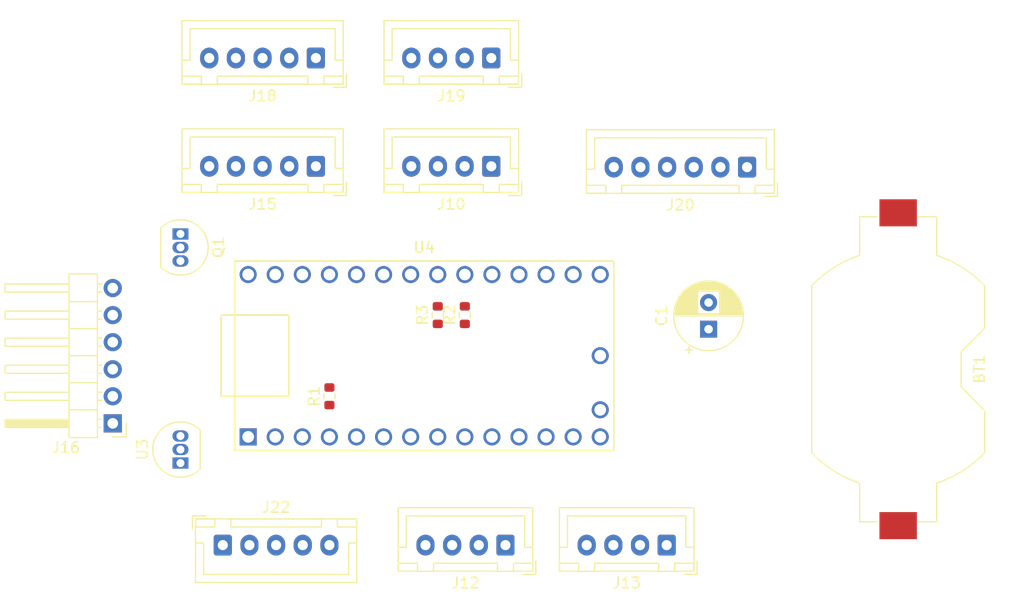
<source format=kicad_pcb>
(kicad_pcb (version 20211014) (generator pcbnew)
  (layers (0 "F.Cu" signal) (31 "B.Cu" signal) (34 "B.Paste" user) (35 "F.Paste" user) (36 "B.SilkS" user "B.Silkscreen") (37 "F.SilkS" user "F.Silkscreen") (38 "B.Mask" user) (39 "F.Mask" user) (44 "Edge.Cuts" user))
  (net 0 "")
  (net 1 "Net-(Q1-Pad1)")
  (net 2 "Net-(Q1-Pad2)")
  (net 3 "GNDD")
  (net 4 "/3V3")
  (net 5 "+5V")
  (net 6 "Net-(U4-Pad17)")
  (net 7 "SCK")
  (net 8 "Net-(U4-Pad15)")
  (net 9 "MISO")
  (net 11 "SD_CS")
  (net 14 "SDA")
  (net 15 "SCL")
  (net 16 "Net-(U4-Pad27)")
  (net 19 "Net-(U4-Pad30)")
  (net 20 "+3V3")
  (net 22 "MOSI")
  (net 23 "Net-(J13-Pad2)")
  (net 24 "Net-(J13-Pad3)")
  (net 25 "Net-(J12-Pad2)")
  (net 26 "Net-(J12-Pad3)")
  (net 28 "Net-(R5-Pad1)")
  (net 29 "Net-(R4-Pad1)")
  (net 30 "Net-(SW2-Pad2)")
  (net 31 "Net-(R1-Pad1)")
  (net 32 "/TX")
  (net 33 "/RX")
  (net 36 "Net-(J15-Pad4)")
  (net 37 "Net-(J15-Pad5)")
  (footprint "Resistor_SMD:R_0603_1608Metric" (layer "F.Cu") (at 107.95 74.93 90)
    (fp_text reference "R3" (at 0 -1.43 90) (layer "F.SilkS"))
    (fp_text value "4k7")
    (fp_line (start -0.237258 0.5225) (end 0.237258 0.5225) (layer "F.SilkS") (width 0.12))
    (fp_line (start -0.237258 -0.5225) (end 0.237258 -0.5225) (layer "F.SilkS") (width 0.12))
    (pad "1" smd roundrect (at -0.825 0 90) (size 0.8 0.95) (layers "F.Cu" "F.Paste" "F.Mask") (net 20 "+3V3"))
    (pad "2" smd roundrect (at 0.825 0 90) (size 0.8 0.95) (layers "F.Cu" "F.Paste" "F.Mask") (net 15 "SCL"))
  )
  (footprint "Connector_JST:JST_XH_B4B-XH-A_1x04_P2.50mm_Vertical" (layer "F.Cu") (at 112.97 50.8 180)
    (fp_text reference "J19" (at 3.75 -3.55) (layer "F.SilkS"))
    (fp_text value "I2C")
    (fp_line (start -0.75 -1.7) (end -0.75 -2.45) (layer "F.SilkS") (width 0.12))
    (fp_line (start 10.05 -2.45) (end 8.25 -2.45) (layer "F.SilkS") (width 0.12))
    (fp_line (start -2.55 -1.7) (end -0.75 -1.7) (layer "F.SilkS") (width 0.12))
    (fp_line (start 0.75 -2.45) (end 0.75 -1.7) (layer "F.SilkS") (width 0.12))
    (fp_line (start 10.05 -0.2) (end 9.3 -0.2) (layer "F.SilkS") (width 0.12))
    (fp_line (start 10.06 3.51) (end 10.06 -2.46) (layer "F.SilkS") (width 0.12))
    (fp_line (start 10.05 -1.7) (end 10.05 -2.45) (layer "F.SilkS") (width 0.12))
    (fp_line (start -2.56 3.51) (end 10.06 3.51) (layer "F.SilkS") (width 0.12))
    (fp_line (start -2.56 -2.46) (end -2.56 3.51) (layer "F.SilkS") (width 0.12))
    (fp_line (start -2.55 -2.45) (end -2.55 -1.7) (layer "F.SilkS") (width 0.12))
    (fp_line (start 10.06 -2.46) (end -2.56 -2.46) (layer "F.SilkS") (width 0.12))
    (fp_line (start 0.75 -1.7) (end 6.75 -1.7) (layer "F.SilkS") (width 0.12))
    (fp_line (start 6.75 -2.45) (end 0.75 -2.45) (layer "F.SilkS") (width 0.12))
    (fp_line (start -0.75 -2.45) (end -2.55 -2.45) (layer "F.SilkS") (width 0.12))
    (fp_line (start 6.75 -1.7) (end 6.75 -2.45) (layer "F.SilkS") (width 0.12))
    (fp_line (start -2.55 -0.2) (end -1.8 -0.2) (layer "F.SilkS") (width 0.12))
    (fp_line (start -2.85 -2.75) (end -2.85 -1.5) (layer "F.SilkS") (width 0.12))
    (fp_line (start -1.8 2.75) (end 3.75 2.75) (layer "F.SilkS") (width 0.12))
    (fp_line (start -1.6 -2.75) (end -2.85 -2.75) (layer "F.SilkS") (width 0.12))
    (fp_line (start 8.25 -1.7) (end 10.05 -1.7) (layer "F.SilkS") (width 0.12))
    (fp_line (start -1.8 -0.2) (end -1.8 2.75) (layer "F.SilkS") (width 0.12))
    (fp_line (start 9.3 2.75) (end 3.75 2.75) (layer "F.SilkS") (width 0.12))
    (fp_line (start 9.3 -0.2) (end 9.3 2.75) (layer "F.SilkS") (width 0.12))
    (fp_line (start 8.25 -2.45) (end 8.25 -1.7) (layer "F.SilkS") (width 0.12))
    (pad "1" thru_hole roundrect (at 0 0 180) (size 1.7 1.95) (drill 0.95) (layers *.Cu *.Mask) (roundrect_rratio 0.147059) (net 3 "GNDD"))
    (pad "2" thru_hole oval (at 2.5 0 180) (size 1.7 1.95) (drill 0.95) (layers *.Cu *.Mask) (net 14 "SDA"))
    (pad "3" thru_hole oval (at 5 0 180) (size 1.7 1.95) (drill 0.95) (layers *.Cu *.Mask) (net 15 "SCL"))
    (pad "4" thru_hole oval (at 7.5 0 180) (size 1.7 1.95) (drill 0.95) (layers *.Cu *.Mask) (net 20 "+3V3"))
  )
  (footprint "Connector_JST:JST_XH_B4B-XH-A_1x04_P2.50mm_Vertical" (layer "F.Cu") (at 114.3 96.52 180)
    (fp_text reference "J12" (at 3.75 -3.55) (layer "F.SilkS"))
    (fp_text value "Serial3")
    (fp_line (start 10.05 -2.45) (end 8.25 -2.45) (layer "F.SilkS") (width 0.12))
    (fp_line (start 0.75 -2.45) (end 0.75 -1.7) (layer "F.SilkS") (width 0.12))
    (fp_line (start 10.05 -1.7) (end 10.05 -2.45) (layer "F.SilkS") (width 0.12))
    (fp_line (start 10.05 -0.2) (end 9.3 -0.2) (layer "F.SilkS") (width 0.12))
    (fp_line (start 10.06 -2.46) (end -2.56 -2.46) (layer "F.SilkS") (width 0.12))
    (fp_line (start -2.56 -2.46) (end -2.56 3.51) (layer "F.SilkS") (width 0.12))
    (fp_line (start -1.8 2.75) (end 3.75 2.75) (layer "F.SilkS") (width 0.12))
    (fp_line (start -2.55 -2.45) (end -2.55 -1.7) (layer "F.SilkS") (width 0.12))
    (fp_line (start 8.25 -1.7) (end 10.05 -1.7) (layer "F.SilkS") (width 0.12))
    (fp_line (start 6.75 -1.7) (end 6.75 -2.45) (layer "F.SilkS") (width 0.12))
    (fp_line (start 8.25 -2.45) (end 8.25 -1.7) (layer "F.SilkS") (width 0.12))
    (fp_line (start -2.56 3.51) (end 10.06 3.51) (layer "F.SilkS") (width 0.12))
    (fp_line (start -2.55 -1.7) (end -0.75 -1.7) (layer "F.SilkS") (width 0.12))
    (fp_line (start -1.6 -2.75) (end -2.85 -2.75) (layer "F.SilkS") (width 0.12))
    (fp_line (start 6.75 -2.45) (end 0.75 -2.45) (layer "F.SilkS") (width 0.12))
    (fp_line (start 10.06 3.51) (end 10.06 -2.46) (layer "F.SilkS") (width 0.12))
    (fp_line (start -0.75 -1.7) (end -0.75 -2.45) (layer "F.SilkS") (width 0.12))
    (fp_line (start 0.75 -1.7) (end 6.75 -1.7) (layer "F.SilkS") (width 0.12))
    (fp_line (start 9.3 -0.2) (end 9.3 2.75) (layer "F.SilkS") (width 0.12))
    (fp_line (start -0.75 -2.45) (end -2.55 -2.45) (layer "F.SilkS") (width 0.12))
    (fp_line (start -1.8 -0.2) (end -1.8 2.75) (layer "F.SilkS") (width 0.12))
    (fp_line (start -2.85 -2.75) (end -2.85 -1.5) (layer "F.SilkS") (width 0.12))
    (fp_line (start -2.55 -0.2) (end -1.8 -0.2) (layer "F.SilkS") (width 0.12))
    (fp_line (start 9.3 2.75) (end 3.75 2.75) (layer "F.SilkS") (width 0.12))
    (pad "1" thru_hole roundrect (at 0 0 180) (size 1.7 1.95) (drill 0.95) (layers *.Cu *.Mask) (roundrect_rratio 0.147059) (net 3 "GNDD"))
    (pad "2" thru_hole oval (at 2.5 0 180) (size 1.7 1.95) (drill 0.95) (layers *.Cu *.Mask) (net 25 "Net-(J12-Pad2)"))
    (pad "3" thru_hole oval (at 5 0 180) (size 1.7 1.95) (drill 0.95) (layers *.Cu *.Mask) (net 26 "Net-(J12-Pad3)"))
    (pad "4" thru_hole oval (at 7.5 0 180) (size 1.7 1.95) (drill 0.95) (layers *.Cu *.Mask))
  )
  (footprint "Package_TO_SOT_THT:TO-92_Inline" (layer "F.Cu") (at 83.82 67.31 -90)
    (fp_text reference "Q1" (at 1.27 -3.56 90) (layer "F.SilkS"))
    (fp_text value "BC337")
    (fp_line (start -0.53 1.85) (end 3.07 1.85) (layer "F.SilkS") (width 0.12))
    (fp_arc (start 1.27 -2.6) (mid 3.672087 -0.994977) (end 3.108478 1.838478) (layer "F.SilkS") (width 0.12))
    (fp_arc (start -0.568478 1.838478) (mid -1.132087 -0.994977) (end 1.27 -2.6) (layer "F.SilkS") (width 0.12))
    (pad "1" thru_hole rect (at 0 0 270) (size 1.05 1.5) (drill 0.75) (layers *.Cu *.Mask) (net 1 "Net-(Q1-Pad1)"))
    (pad "2" thru_hole oval (at 1.27 0 270) (size 1.05 1.5) (drill 0.75) (layers *.Cu *.Mask) (net 2 "Net-(Q1-Pad2)"))
    (pad "3" thru_hole oval (at 2.54 0 270) (size 1.05 1.5) (drill 0.75) (layers *.Cu *.Mask) (net 3 "GNDD"))
  )
  (footprint "Connector_JST:JST_XH_B5B-XH-A_1x05_P2.50mm_Vertical" (layer "F.Cu") (at 96.52 50.8 180)
    (fp_text reference "J18" (at 5 -3.55) (layer "F.SilkS"))
    (fp_text value "Power")
    (fp_line (start 12.55 -1.7) (end 12.55 -2.45) (layer "F.SilkS") (width 0.12))
    (fp_line (start 12.56 3.51) (end 12.56 -2.46) (layer "F.SilkS") (width 0.12))
    (fp_line (start -0.75 -2.45) (end -2.55 -2.45) (layer "F.SilkS") (width 0.12))
    (fp_line (start -2.56 -2.46) (end -2.56 3.51) (layer "F.SilkS") (width 0.12))
    (fp_line (start 11.8 2.75) (end 5 2.75) (layer "F.SilkS") (width 0.12))
    (fp_line (start -0.75 -1.7) (end -0.75 -2.45) (layer "F.SilkS") (width 0.12))
    (fp_line (start -1.6 -2.75) (end -2.85 -2.75) (layer "F.SilkS") (width 0.12))
    (fp_line (start -1.8 -0.2) (end -1.8 2.75) (layer "F.SilkS") (width 0.12))
    (fp_line (start -2.56 3.51) (end 12.56 3.51) (layer "F.SilkS") (width 0.12))
    (fp_line (start 12.55 -2.45) (end 10.75 -2.45) (layer "F.SilkS") (width 0.12))
    (fp_line (start 10.75 -2.45) (end 10.75 -1.7) (layer "F.SilkS") (width 0.12))
    (fp_line (start -2.55 -2.45) (end -2.55 -1.7) (layer "F.SilkS") (width 0.12))
    (fp_line (start 10.75 -1.7) (end 12.55 -1.7) (layer "F.SilkS") (width 0.12))
    (fp_line (start -2.85 -2.75) (end -2.85 -1.5) (layer "F.SilkS") (width 0.12))
    (fp_line (start 0.75 -1.7) (end 9.25 -1.7) (layer "F.SilkS") (width 0.12))
    (fp_line (start 12.56 -2.46) (end -2.56 -2.46) (layer "F.SilkS") (width 0.12))
    (fp_line (start 0.75 -2.45) (end 0.75 -1.7) (layer "F.SilkS") (width 0.12))
    (fp_line (start 11.8 -0.2) (end 11.8 2.75) (layer "F.SilkS") (width 0.12))
    (fp_line (start 12.55 -0.2) (end 11.8 -0.2) (layer "F.SilkS") (width 0.12))
    (fp_line (start -1.8 2.75) (end 5 2.75) (layer "F.SilkS") (width 0.12))
    (fp_line (start -2.55 -1.7) (end -0.75 -1.7) (layer "F.SilkS") (width 0.12))
    (fp_line (start -2.55 -0.2) (end -1.8 -0.2) (layer "F.SilkS") (width 0.12))
    (fp_line (start 9.25 -1.7) (end 9.25 -2.45) (layer "F.SilkS") (width 0.12))
    (fp_line (start 9.25 -2.45) (end 0.75 -2.45) (layer "F.SilkS") (width 0.12))
    (pad "1" thru_hole roundrect (at 0 0 180) (size 1.7 1.95) (drill 0.95) (layers *.Cu *.Mask) (roundrect_rratio 0.147059) (net 3 "GNDD"))
    (pad "2" thru_hole oval (at 2.5 0 180) (size 1.7 1.95) (drill 0.95) (layers *.Cu *.Mask) (net 5 "+5V"))
    (pad "3" thru_hole oval (at 5 0 180) (size 1.7 1.95) (drill 0.95) (layers *.Cu *.Mask) (net 16 "Net-(U4-Pad27)"))
    (pad "4" thru_hole oval (at 7.5 0 180) (size 1.7 1.95) (drill 0.95) (layers *.Cu *.Mask) (net 37 "Net-(J15-Pad5)"))
    (pad "5" thru_hole oval (at 10 0 180) (size 1.7 1.95) (drill 0.95) (layers *.Cu *.Mask) (net 36 "Net-(J15-Pad4)"))
  )
  (footprint "Resistor_SMD:R_0603_1608Metric" (layer "F.Cu") (at 110.49 74.93 90)
    (fp_text reference "R2" (at 0 -1.43 90) (layer "F.SilkS"))
    (fp_text value "4k7")
    (fp_line (start -0.237258 -0.5225) (end 0.237258 -0.5225) (layer "F.SilkS") (width 0.12))
    (fp_line (start -0.237258 0.5225) (end 0.237258 0.5225) (layer "F.SilkS") (width 0.12))
    (pad "1" smd roundrect (at -0.825 0 90) (size 0.8 0.95) (layers "F.Cu" "F.Paste" "F.Mask") (net 20 "+3V3"))
    (pad "2" smd roundrect (at 0.825 0 90) (size 0.8 0.95) (layers "F.Cu" "F.Paste" "F.Mask") (net 14 "SDA"))
  )
  (footprint "Connector_JST:JST_XH_B4B-XH-A_1x04_P2.50mm_Vertical" (layer "F.Cu") (at 129.42 96.52 180)
    (fp_text reference "J13" (at 3.75 -3.55) (layer "F.SilkS"))
    (fp_text value "Serial2")
    (fp_line (start -0.75 -1.7) (end -0.75 -2.45) (layer "F.SilkS") (width 0.12))
    (fp_line (start -2.55 -1.7) (end -0.75 -1.7) (layer "F.SilkS") (width 0.12))
    (fp_line (start 8.25 -2.45) (end 8.25 -1.7) (layer "F.SilkS") (width 0.12))
    (fp_line (start -2.85 -2.75) (end -2.85 -1.5) (layer "F.SilkS") (width 0.12))
    (fp_line (start -1.6 -2.75) (end -2.85 -2.75) (layer "F.SilkS") (width 0.12))
    (fp_line (start 10.06 -2.46) (end -2.56 -2.46) (layer "F.SilkS") (width 0.12))
    (fp_line (start 0.75 -1.7) (end 6.75 -1.7) (layer "F.SilkS") (width 0.12))
    (fp_line (start -2.55 -2.45) (end -2.55 -1.7) (layer "F.SilkS") (width 0.12))
    (fp_line (start -2.56 -2.46) (end -2.56 3.51) (layer "F.SilkS") (width 0.12))
    (fp_line (start 10.05 -2.45) (end 8.25 -2.45) (layer "F.SilkS") (width 0.12))
    (fp_line (start 10.05 -0.2) (end 9.3 -0.2) (layer "F.SilkS") (width 0.12))
    (fp_line (start 8.25 -1.7) (end 10.05 -1.7) (layer "F.SilkS") (width 0.12))
    (fp_line (start 6.75 -2.45) (end 0.75 -2.45) (layer "F.SilkS") (width 0.12))
    (fp_line (start 10.05 -1.7) (end 10.05 -2.45) (layer "F.SilkS") (width 0.12))
    (fp_line (start -0.75 -2.45) (end -2.55 -2.45) (layer "F.SilkS") (width 0.12))
    (fp_line (start 9.3 -0.2) (end 9.3 2.75) (layer "F.SilkS") (width 0.12))
    (fp_line (start 0.75 -2.45) (end 0.75 -1.7) (layer "F.SilkS") (width 0.12))
    (fp_line (start -1.8 -0.2) (end -1.8 2.75) (layer "F.SilkS") (width 0.12))
    (fp_line (start 9.3 2.75) (end 3.75 2.75) (layer "F.SilkS") (width 0.12))
    (fp_line (start -2.55 -0.2) (end -1.8 -0.2) (layer "F.SilkS") (width 0.12))
    (fp_line (start 6.75 -1.7) (end 6.75 -2.45) (layer "F.SilkS") (width 0.12))
    (fp_line (start -2.56 3.51) (end 10.06 3.51) (layer "F.SilkS") (width 0.12))
    (fp_line (start -1.8 2.75) (end 3.75 2.75) (layer "F.SilkS") (width 0.12))
    (fp_line (start 10.06 3.51) (end 10.06 -2.46) (layer "F.SilkS") (width 0.12))
    (pad "1" thru_hole roundrect (at 0 0 180) (size 1.7 1.95) (drill 0.95) (layers *.Cu *.Mask) (roundrect_rratio 0.147059) (net 3 "GNDD"))
    (pad "2" thru_hole oval (at 2.5 0 180) (size 1.7 1.95) (drill 0.95) (layers *.Cu *.Mask) (net 23 "Net-(J13-Pad2)"))
    (pad "3" thru_hole oval (at 5 0 180) (size 1.7 1.95) (drill 0.95) (layers *.Cu *.Mask) (net 24 "Net-(J13-Pad3)"))
    (pad "4" thru_hole oval (at 7.5 0 180) (size 1.7 1.95) (drill 0.95) (layers *.Cu *.Mask))
  )
  (footprint "Connector_JST:JST_XH_B5B-XH-A_1x05_P2.50mm_Vertical" (layer "F.Cu") (at 96.52 60.96 180)
    (fp_text reference "J15" (at 5 -3.55) (layer "F.SilkS"))
    (fp_text value "Startbutton")
    (fp_line (start 12.55 -0.2) (end 11.8 -0.2) (layer "F.SilkS") (width 0.12))
    (fp_line (start -0.75 -1.7) (end -0.75 -2.45) (layer "F.SilkS") (width 0.12))
    (fp_line (start 9.25 -2.45) (end 0.75 -2.45) (layer "F.SilkS") (width 0.12))
    (fp_line (start -2.55 -1.7) (end -0.75 -1.7) (layer "F.SilkS") (width 0.12))
    (fp_line (start 11.8 2.75) (end 5 2.75) (layer "F.SilkS") (width 0.12))
    (fp_line (start 9.25 -1.7) (end 9.25 -2.45) (layer "F.SilkS") (width 0.12))
    (fp_line (start 12.55 -1.7) (end 12.55 -2.45) (layer "F.SilkS") (width 0.12))
    (fp_line (start -1.8 -0.2) (end -1.8 2.75) (layer "F.SilkS") (width 0.12))
    (fp_line (start -2.56 -2.46) (end -2.56 3.51) (layer "F.SilkS") (width 0.12))
    (fp_line (start -2.56 3.51) (end 12.56 3.51) (layer "F.SilkS") (width 0.12))
    (fp_line (start 12.56 -2.46) (end -2.56 -2.46) (layer "F.SilkS") (width 0.12))
    (fp_line (start -1.6 -2.75) (end -2.85 -2.75) (layer "F.SilkS") (width 0.12))
    (fp_line (start 0.75 -2.45) (end 0.75 -1.7) (layer "F.SilkS") (width 0.12))
    (fp_line (start -1.8 2.75) (end 5 2.75) (layer "F.SilkS") (width 0.12))
    (fp_line (start -2.85 -2.75) (end -2.85 -1.5) (layer "F.SilkS") (width 0.12))
    (fp_line (start -2.55 -0.2) (end -1.8 -0.2) (layer "F.SilkS") (width 0.12))
    (fp_line (start 10.75 -2.45) (end 10.75 -1.7) (layer "F.SilkS") (width 0.12))
    (fp_line (start 0.75 -1.7) (end 9.25 -1.7) (layer "F.SilkS") (width 0.12))
    (fp_line (start 11.8 -0.2) (end 11.8 2.75) (layer "F.SilkS") (width 0.12))
    (fp_line (start -2.55 -2.45) (end -2.55 -1.7) (layer "F.SilkS") (width 0.12))
    (fp_line (start 12.55 -2.45) (end 10.75 -2.45) (layer "F.SilkS") (width 0.12))
    (fp_line (start -0.75 -2.45) (end -2.55 -2.45) (layer "F.SilkS") (width 0.12))
    (fp_line (start 12.56 3.51) (end 12.56 -2.46) (layer "F.SilkS") (width 0.12))
    (fp_line (start 10.75 -1.7) (end 12.55 -1.7) (layer "F.SilkS") (width 0.12))
    (pad "1" thru_hole roundrect (at 0 0 180) (size 1.7 1.95) (drill 0.95) (layers *.Cu *.Mask) (roundrect_rratio 0.147059) (net 1 "Net-(Q1-Pad1)"))
    (pad "2" thru_hole oval (at 2.5 0 180) (size 1.7 1.95) (drill 0.95) (layers *.Cu *.Mask) (net 5 "+5V"))
    (pad "3" thru_hole oval (at 5 0 180) (size 1.7 1.95) (drill 0.95) (layers *.Cu *.Mask) (net 19 "Net-(U4-Pad30)"))
    (pad "4" thru_hole oval (at 7.5 0 180) (size 1.7 1.95) (drill 0.95) (layers *.Cu *.Mask) (net 36 "Net-(J15-Pad4)"))
    (pad "5" thru_hole oval (at 10 0 180) (size 1.7 1.95) (drill 0.95) (layers *.Cu *.Mask) (net 37 "Net-(J15-Pad5)"))
  )
  (footprint "Connector_JST:JST_XH_B4B-XH-A_1x04_P2.50mm_Vertical" (layer "F.Cu") (at 112.97 60.96 180)
    (fp_text reference "J10" (at 3.75 -3.55) (layer "F.SilkS"))
    (fp_text value "Steering Wheel I2C")
    (fp_line (start -0.75 -1.7) (end -0.75 -2.45) (layer "F.SilkS") (width 0.12))
    (fp_line (start 10.05 -0.2) (end 9.3 -0.2) (layer "F.SilkS") (width 0.12))
    (fp_line (start -0.75 -2.45) (end -2.55 -2.45) (layer "F.SilkS") (width 0.12))
    (fp_line (start 0.75 -2.45) (end 0.75 -1.7) (layer "F.SilkS") (width 0.12))
    (fp_line (start 10.06 3.51) (end 10.06 -2.46) (layer "F.SilkS") (width 0.12))
    (fp_line (start 8.25 -1.7) (end 10.05 -1.7) (layer "F.SilkS") (width 0.12))
    (fp_line (start -2.55 -0.2) (end -1.8 -0.2) (layer "F.SilkS") (width 0.12))
    (fp_line (start -2.56 -2.46) (end -2.56 3.51) (layer "F.SilkS") (width 0.12))
    (fp_line (start -2.56 3.51) (end 10.06 3.51) (layer "F.SilkS") (width 0.12))
    (fp_line (start 6.75 -1.7) (end 6.75 -2.45) (layer "F.SilkS") (width 0.12))
    (fp_line (start 10.05 -2.45) (end 8.25 -2.45) (layer "F.SilkS") (width 0.12))
    (fp_line (start 10.06 -2.46) (end -2.56 -2.46) (layer "F.SilkS") (width 0.12))
    (fp_line (start -2.55 -1.7) (end -0.75 -1.7) (layer "F.SilkS") (width 0.12))
    (fp_line (start 9.3 2.75) (end 3.75 2.75) (layer "F.SilkS") (width 0.12))
    (fp_line (start -1.8 -0.2) (end -1.8 2.75) (layer "F.SilkS") (width 0.12))
    (fp_line (start -2.55 -2.45) (end -2.55 -1.7) (layer "F.SilkS") (width 0.12))
    (fp_line (start 10.05 -1.7) (end 10.05 -2.45) (layer "F.SilkS") (width 0.12))
    (fp_line (start 6.75 -2.45) (end 0.75 -2.45) (layer "F.SilkS") (width 0.12))
    (fp_line (start -2.85 -2.75) (end -2.85 -1.5) (layer "F.SilkS") (width 0.12))
    (fp_line (start 9.3 -0.2) (end 9.3 2.75) (layer "F.SilkS") (width 0.12))
    (fp_line (start -1.6 -2.75) (end -2.85 -2.75) (layer "F.SilkS") (width 0.12))
    (fp_line (start -1.8 2.75) (end 3.75 2.75) (layer "F.SilkS") (width 0.12))
    (fp_line (start 8.25 -2.45) (end 8.25 -1.7) (layer "F.SilkS") (width 0.12))
    (fp_line (start 0.75 -1.7) (end 6.75 -1.7) (layer "F.SilkS") (width 0.12))
    (pad "1" thru_hole roundrect (at 0 0 180) (size 1.7 1.95) (drill 0.95) (layers *.Cu *.Mask) (roundrect_rratio 0.147059) (net 3 "GNDD"))
    (pad "2" thru_hole oval (at 2.5 0 180) (size 1.7 1.95) (drill 0.95) (layers *.Cu *.Mask) (net 14 "SDA"))
    (pad "3" thru_hole oval (at 5 0 180) (size 1.7 1.95) (drill 0.95) (layers *.Cu *.Mask) (net 15 "SCL"))
    (pad "4" thru_hole oval (at 7.5 0 180) (size 1.7 1.95) (drill 0.95) (layers *.Cu *.Mask) (net 20 "+3V3"))
  )
  (footprint "Battery:BatteryHolder_Keystone_1058_1x2032" (layer "F.Cu") (at 151.13 80.01 90)
    (fp_text reference "BT1" (at 0 7.62 90) (layer "F.SilkS"))
    (fp_text value "3V")
    (fp_line (start -10.692 3.61) (end -14.31 3.61) (layer "F.SilkS") (width 0.12))
    (fp_line (start -14.31 1.9) (end -14.31 3.61) (layer "F.SilkS") (width 0.12))
    (fp_line (start -7.8473 -8.11) (end 7.8473 -8.11) (layer "F.SilkS") (width 0.12))
    (fp_line (start -1.66 5.91) (end -3.86 8.11) (layer "F.SilkS") (width 0.12))
    (fp_line (start 14.31 -1.9) (end 14.31 -3.61) (layer "F.SilkS") (width 0.12))
    (fp_line (start -3.86 8.11) (end -7.8473 8.11) (layer "F.SilkS") (width 0.12))
    (fp_line (start 7.8473 8.11) (end 3.86 8.11) (layer "F.SilkS") (width 0.12))
    (fp_line (start 14.31 1.9) (end 14.31 3.61) (layer "F.SilkS") (width 0.12))
    (fp_line (start 1.66 5.91) (end -1.66 5.91) (layer "F.SilkS") (width 0.12))
    (fp_line (start 10.692 -3.61) (end 14.31 -3.61) (layer "F.SilkS") (width 0.12))
    (fp_line (start 14.31 3.61) (end 10.692 3.61) (layer "F.SilkS") (width 0.12))
    (fp_line (start -14.31 -1.9) (end -14.31 -3.61) (layer "F.SilkS") (width 0.12))
    (fp_line (start 1.66 5.91) (end 3.86 8.11) (layer "F.SilkS") (width 0.12))
    (fp_line (start -14.31 -3.61) (end -10.692 -3.61) (layer "F.SilkS") (width 0.12))
    (fp_arc (start -10.692 -3.61) (mid -9.538084 -6.031244) (end -7.845371 -8.111789) (layer "F.SilkS") (width 0.12))
    (fp_arc (start -7.845371 8.111789) (mid -9.538085 6.031244) (end -10.692 3.61) (layer "F.SilkS") (width 0.12))
    (fp_arc (start 7.845371 -8.111789) (mid 9.538085 -6.031244) (end 10.692 -3.61) (layer "F.SilkS") (width 0.12))
    (fp_arc (start 10.692 3.61) (mid 9.538084 6.031244) (end 7.845371 8.111789) (layer "F.SilkS") (width 0.12))
    (pad "1" smd rect (at -14.68 0 90) (size 2.54 3.51) (layers "F.Cu" "F.Paste" "F.Mask") (net 8 "Net-(U4-Pad15)"))
    (pad "2" smd rect (at 14.68 0 90) (size 2.54 3.51) (layers "F.Cu" "F.Paste" "F.Mask") (net 6 "Net-(U4-Pad17)"))
  )
  (footprint "teensy:Teensy30_31_32_All_Pins" (layer "F.Cu") (at 106.68 78.74)
    (fp_text reference "U4" (at 0 -10.16) (layer "F.SilkS"))
    (fp_text value "Teensy3.2")
    (fp_line (start -12.7 3.81) (end -12.7 -3.81) (layer "F.SilkS") (width 0.15))
    (fp_line (start -19.05 -3.81) (end -17.78 -3.81) (layer "F.SilkS") (width 0.15))
    (fp_line (start -19.05 3.81) (end -19.05 -3.81) (layer "F.SilkS") (width 0.15))
    (fp_line (start -17.78 3.81) (end -19.05 3.81) (layer "F.SilkS") (width 0.15))
    (fp_line (start -12.7 -3.81) (end -17.78 -3.81) (layer "F.SilkS") (width 0.15))
    (fp_line (start -17.78 -8.89) (end 17.78 -8.89) (layer "F.SilkS") (width 0.15))
    (fp_line (start -17.78 8.89) (end -17.78 -8.89) (layer "F.SilkS") (width 0.15))
    (fp_line (start -12.7 3.81) (end -17.78 3.81) (layer "F.SilkS") (width 0.15))
    (fp_line (start 17.78 -8.89) (end 17.78 8.89) (layer "F.SilkS") (width 0.15))
    (fp_line (start 17.78 8.89) (end -17.78 8.89) (layer "F.SilkS") (width 0.15))
    (pad "1" thru_hole rect (at -16.51 7.62) (size 1.6 1.6) (drill 1.1) (layers *.Cu *.Mask) (net 3 "GNDD"))
    (pad "2" thru_hole circle (at -13.97 7.62) (size 1.6 1.6) (drill 1.1) (layers *.Cu *.Mask) (net 33 "/RX"))
    (pad "3" thru_hole circle (at -11.43 7.62) (size 1.6 1.6) (drill 1.1) (layers *.Cu *.Mask) (net 32 "/TX"))
    (pad "4" thru_hole circle (at -8.89 7.62) (size 1.6 1.6) (drill 1.1) (layers *.Cu *.Mask) (net 31 "Net-(R1-Pad1)"))
    (pad "5" thru_hole circle (at -6.35 7.62) (size 1.6 1.6) (drill 1.1) (layers *.Cu *.Mask) (net 30 "Net-(SW2-Pad2)"))
    (pad "6" thru_hole circle (at -3.81 7.62) (size 1.6 1.6) (drill 1.1) (layers *.Cu *.Mask) (net 29 "Net-(R4-Pad1)"))
    (pad "7" thru_hole circle (at -1.27 7.62) (size 1.6 1.6) (drill 1.1) (layers *.Cu *.Mask) (net 28 "Net-(R5-Pad1)"))
    (pad "8" thru_hole circle (at 1.27 7.62) (size 1.6 1.6) (drill 1.1) (layers *.Cu *.Mask))
    (pad "9" thru_hole circle (at 3.81 7.62) (size 1.6 1.6) (drill 1.1) (layers *.Cu *.Mask) (net 26 "Net-(J12-Pad3)"))
    (pad "10" thru_hole circle (at 6.35 7.62) (size 1.6 1.6) (drill 1.1) (layers *.Cu *.Mask) (net 25 "Net-(J12-Pad2)"))
    (pad "11" thru_hole circle (at 8.89 7.62) (size 1.6 1.6) (drill 1.1) (layers *.Cu *.Mask) (net 24 "Net-(J13-Pad3)"))
    (pad "12" thru_hole circle (at 11.43 7.62) (size 1.6 1.6) (drill 1.1) (layers *.Cu *.Mask) (net 23 "Net-(J13-Pad2)"))
    (pad "13" thru_hole circle (at 13.97 7.62) (size 1.6 1.6) (drill 1.1) (layers *.Cu *.Mask) (net 22 "MOSI"))
    (pad "14" thru_hole circle (at 16.51 7.62) (size 1.6 1.6) (drill 1.1) (layers *.Cu *.Mask) (net 9 "MISO"))
    (pad "15" thru_hole circle (at 16.51 5.08) (size 1.6 1.6) (drill 1.1) (layers *.Cu *.Mask) (net 8 "Net-(U4-Pad15)"))
    (pad "17" thru_hole circle (at 16.51 0) (size 1.6 1.6) (drill 1.1) (layers *.Cu *.Mask) (net 6 "Net-(U4-Pad17)"))
    (pad "20" thru_hole circle (at 16.51 -7.62) (size 1.6 1.6) (drill 1.1) (layers *.Cu *.Mask) (net 7 "SCK"))
    (pad "21" thru_hole circle (at 13.97 -7.62) (size 1.6 1.6) (drill 1.1) (layers *.Cu *.Mask))
    (pad "22" thru_hole circle (at 11.43 -7.62) (size 1.6 1.6) (drill 1.1) (layers *.Cu *.Mask) (net 11 "SD_CS"))
    (pad "23" thru_hole circle (at 8.89 -7.62) (size 1.6 1.6) (drill 1.1) (layers *.Cu *.Mask))
    (pad "24" thru_hole circle (at 6.35 -7.62) (size 1.6 1.6) (drill 1.1) (layers *.Cu *.Mask))
    (pad "25" thru_hole circle (at 3.81 -7.62) (size 1.6 1.6) (drill 1.1) (layers *.Cu *.Mask) (net 14 "SDA"))
    (pad "26" thru_hole circle (at 1.27 -7.62) (size 1.6 1.6) (drill 1.1) (layers *.Cu *.Mask) (net 15 "SCL"))
    (pad "27" thru_hole circle (at -1.27 -7.62) (size 1.6 1.6) (drill 1.1) (layers *.Cu *.Mask) (net 16 "Net-(U4-Pad27)"))
    (pad "28" thru_hole circle (at -3.81 -7.62) (size 1.6 1.6) (drill 1.1) (layers *.Cu *.Mask))
    (pad "29" thru_hole circle (at -6.35 -7.62) (size 1.6 1.6) (drill 1.1) (layers *.Cu *.Mask))
    (pad "30" thru_hole circle (at -8.89 -7.62) (size 1.6 1.6) (drill 1.1) (layers *.Cu *.Mask) (net 19 "Net-(U4-Pad30)"))
    (pad "31" thru_hole circle (at -11.43 -7.62) (size 1.6 1.6) (drill 1.1) (layers *.Cu *.Mask) (net 20 "+3V3"))
    (pad "32" thru_hole circle (at -13.97 -7.62) (size 1.6 1.6) (drill 1.1) (layers *.Cu *.Mask))
    (pad "33" thru_hole circle (at -16.51 -7.62) (size 1.6 1.6) (drill 1.1) (layers *.Cu *.Mask) (net 5 "+5V"))
  )
  (footprint "Connector_JST:JST_XH_B5B-XH-A_1x05_P2.50mm_Vertical" (layer "F.Cu") (at 87.79 96.52)
    (fp_text reference "J22" (at 5 -3.55) (layer "F.SilkS"))
    (fp_text value "Modebutton")
    (fp_line (start 12.55 -0.2) (end 11.8 -0.2) (layer "F.SilkS") (width 0.12))
    (fp_line (start 9.25 -1.7) (end 9.25 -2.45) (layer "F.SilkS") (width 0.12))
    (fp_line (start -2.55 -0.2) (end -1.8 -0.2) (layer "F.SilkS") (width 0.12))
    (fp_line (start 11.8 -0.2) (end 11.8 2.75) (layer "F.SilkS") (width 0.12))
    (fp_line (start 10.75 -2.45) (end 10.75 -1.7) (layer "F.SilkS") (width 0.12))
    (fp_line (start -0.75 -1.7) (end -0.75 -2.45) (layer "F.SilkS") (width 0.12))
    (fp_line (start -2.85 -2.75) (end -2.85 -1.5) (layer "F.SilkS") (width 0.12))
    (fp_line (start -1.8 2.75) (end 5 2.75) (layer "F.SilkS") (width 0.12))
    (fp_line (start 0.75 -2.45) (end 0.75 -1.7) (layer "F.SilkS") (width 0.12))
    (fp_line (start 0.75 -1.7) (end 9.25 -1.7) (layer "F.SilkS") (width 0.12))
    (fp_line (start -2.56 3.51) (end 12.56 3.51) (layer "F.SilkS") (width 0.12))
    (fp_line (start -0.75 -2.45) (end -2.55 -2.45) (layer "F.SilkS") (width 0.12))
    (fp_line (start -2.56 -2.46) (end -2.56 3.51) (layer "F.SilkS") (width 0.12))
    (fp_line (start 12.56 -2.46) (end -2.56 -2.46) (layer "F.SilkS") (width 0.12))
    (fp_line (start -1.6 -2.75) (end -2.85 -2.75) (layer "F.SilkS") (width 0.12))
    (fp_line (start 11.8 2.75) (end 5 2.75) (layer "F.SilkS") (width 0.12))
    (fp_line (start 10.75 -1.7) (end 12.55 -1.7) (layer "F.SilkS") (width 0.12))
    (fp_line (start 12.55 -1.7) (end 12.55 -2.45) (layer "F.SilkS") (width 0.12))
    (fp_line (start 12.55 -2.45) (end 10.75 -2.45) (layer "F.SilkS") (width 0.12))
    (fp_line (start 12.56 3.51) (end 12.56 -2.46) (layer "F.SilkS") (width 0.12))
    (fp_line (start -1.8 -0.2) (end -1.8 2.75) (layer "F.SilkS") (width 0.12))
    (fp_line (start -2.55 -1.7) (end -0.75 -1.7) (layer "F.SilkS") (width 0.12))
    (fp_line (start 9.25 -2.45) (end 0.75 -2.45) (layer "F.SilkS") (width 0.12))
    (fp_line (start -2.55 -2.45) (end -2.55 -1.7) (layer "F.SilkS") (width 0.12))
    (pad "1" thru_hole roundrect (at 0 0) (size 1.7 1.95) (drill 0.95) (layers *.Cu *.Mask) (roundrect_rratio 0.147059) (net 3 "GNDD"))
    (pad "2" thru_hole oval (at 2.5 0) (size 1.7 1.95) (drill 0.95) (layers *.Cu *.Mask) (net 20 "+3V3"))
    (pad "3" thru_hole oval (at 5 0) (size 1.7 1.95) (drill 0.95) (layers *.Cu *.Mask) (net 30 "Net-(SW2-Pad2)"))
    (pad "4" thru_hole oval (at 7.5 0) (size 1.7 1.95) (drill 0.95) (layers *.Cu *.Mask) (net 29 "Net-(R4-Pad1)"))
    (pad "5" thru_hole oval (at 10 0) (size 1.7 1.95) (drill 0.95) (layers *.Cu *.Mask) (net 28 "Net-(R5-Pad1)"))
  )
  (footprint "Resistor_SMD:R_0603_1608Metric" (layer "F.Cu") (at 97.79 82.55 90)
    (fp_text reference "R1" (at 0 -1.43 90) (layer "F.SilkS"))
    (fp_text value "220")
    (fp_line (start -0.237258 0.5225) (end 0.237258 0.5225) (layer "F.SilkS") (width 0.12))
    (fp_line (start -0.237258 -0.5225) (end 0.237258 -0.5225) (layer "F.SilkS") (width 0.12))
    (pad "1" smd roundrect (at -0.825 0 90) (size 0.8 0.95) (layers "F.Cu" "F.Paste" "F.Mask") (net 31 "Net-(R1-Pad1)"))
    (pad "2" smd roundrect (at 0.825 0 90) (size 0.8 0.95) (layers "F.Cu" "F.Paste" "F.Mask") (net 2 "Net-(Q1-Pad2)"))
  )
  (footprint "Package_TO_SOT_THT:TO-92_Inline" (layer "F.Cu") (at 83.82 88.817893 90)
    (fp_text reference "U3" (at 1.27 -3.56 90) (layer "F.SilkS"))
    (fp_text value "L78L33_TO92")
    (fp_line (start -0.53 1.85) (end 3.07 1.85) (layer "F.SilkS") (width 0.12))
    (fp_arc (start 1.27 -2.6) (mid 3.672087 -0.994977) (end 3.108478 1.838478) (layer "F.SilkS") (width 0.12))
    (fp_arc (start -0.568478 1.838478) (mid -1.132087 -0.994977) (end 1.27 -2.6) (layer "F.SilkS") (width 0.12))
    (pad "1" thru_hole rect (at 0 0 90) (size 1.05 1.5) (drill 0.75) (layers *.Cu *.Mask) (net 4 "/3V3"))
    (pad "2" thru_hole oval (at 1.27 0 90) (size 1.05 1.5) (drill 0.75) (layers *.Cu *.Mask) (net 3 "GNDD"))
    (pad "3" thru_hole oval (at 2.54 0 90) (size 1.05 1.5) (drill 0.75) (layers *.Cu *.Mask) (net 5 "+5V"))
  )
  (footprint "Capacitor_THT:CP_Radial_D6.3mm_P2.50mm" (layer "F.Cu") (at 133.35 76.25 90)
    (fp_text reference "C1" (at 1.25 -4.4 90) (layer "F.SilkS"))
    (fp_text value "100uF")
    (fp_line (start 2.411 1.04) (end 2.411 3.018) (layer "F.SilkS") (width 0.12))
    (fp_line (start 2.011 1.04) (end 2.011 3.141) (layer "F.SilkS") (width 0.12))
    (fp_line (start 2.971 1.04) (end 2.971 2.742) (layer "F.SilkS") (width 0.12))
    (fp_line (start 4.331 -1.059) (end 4.331 1.059) (layer "F.SilkS") (width 0.12))
    (fp_line (start 2.731 -2.876) (end 2.731 -1.04) (layer "F.SilkS") (width 0.12))
    (fp_line (start 2.931 1.04) (end 2.931 2.766) (layer "F.SilkS") (width 0.12))
    (fp_line (start 3.211 -2.578) (end 3.211 -1.04) (layer "F.SilkS") (width 0.12))
    (fp_line (start 1.53 -3.218) (end 1.53 -1.04) (layer "F.SilkS") (width 0.12))
    (fp_line (start 3.011 1.04) (end 3.011 2.716) (layer "F.SilkS") (width 0.12))
    (fp_line (start 4.131 -1.509) (end 4.131 1.509) (layer "F.SilkS") (width 0.12))
    (fp_line (start 2.771 1.04) (end 2.771 2.856) (layer "F.SilkS") (width 0.12))
    (fp_line (start 3.051 -2.69) (end 3.051 -1.04) (layer "F.SilkS") (width 0.12))
    (fp_line (start 2.491 -2.986) (end 2.491 -1.04) (layer "F.SilkS") (width 0.12))
    (fp_line (start 2.211 1.04) (end 2.211 3.086) (layer "F.SilkS") (width 0.12))
    (fp_line (start 1.93 -3.159) (end 1.93 -1.04) (layer "F.SilkS") (width 0.12))
    (fp_line (start 4.051 -1.65) (end 4.051 1.65) (layer "F.SilkS") (width 0.12))
    (fp_line (start 3.851 -1.944) (end 3.851 1.944) (layer "F.SilkS") (width 0.12))
    (fp_line (start 3.171 1.04) (end 3.171 2.607) (layer "F.SilkS") (width 0.12))
    (fp_line (start 1.971 1.04) (end 1.971 3.15) (layer "F.SilkS") (width 0.12))
    (fp_line (start 2.491 1.04) (end 2.491 2.986) (layer "F.SilkS") (width 0.12))
    (fp_line (start 3.291 -2.516) (end 3.291 -1.04) (layer "F.SilkS") (width 0.12))
    (fp_line (start 3.371 -2.45) (end 3.371 -1.04) (layer "F.SilkS") (width 0.12))
    (fp_line (start 2.851 1.04) (end 2.851 2.812) (layer "F.SilkS") (width 0.12))
    (fp_line (start 2.331 -3.047) (end 2.331 -1.04) (layer "F.SilkS") (width 0.12))
    (fp_line (start 4.411 -0.802) (end 4.411 0.802) (layer "F.SilkS") (width 0.12))
    (fp_line (start 1.45 -3.224) (end 1.45 3.224) (layer "F.SilkS") (width 0.12))
    (fp_line (start 2.251 1.04) (end 2.251 3.074) (layer "F.SilkS") (width 0.12))
    (fp_line (start -1.935241 -2.154) (end -1.935241 -1.524) (layer "F.SilkS") (width 0.12))
    (fp_line (start 2.811 -2.834) (end 2.811 -1.04) (layer "F.SilkS") (width 0.12))
    (fp_line (start 2.691 -2.896) (end 2.691 -1.04) (layer "F.SilkS") (width 0.12))
    (fp_line (start 2.371 -3.033) (end 2.371 -1.04) (layer "F.SilkS") (width 0.12))
    (fp_line (start 2.691 1.04) (end 2.691 2.896) (layer "F.SilkS") (width 0.12))
    (fp_line (start 3.091 -2.664) (end 3.091 -1.04) (layer "F.SilkS") (width 0.12))
    (fp_line (start 2.211 -3.086) (end 2.211 -1.04) (layer "F.SilkS") (width 0.12))
    (fp_line (start 1.57 1.04) (end 1.57 3.215) (layer "F.SilkS") (width 0.12))
    (fp_line (start 2.131 1.04) (end 2.131 3.11) (layer "F.SilkS") (width 0.12))
    (fp_line (start 2.131 -3.11) (end 2.131 -1.04) (layer "F.SilkS") (width 0.12))
    (fp_line (start 2.091 -3.121) (end 2.091 -1.04) (layer "F.SilkS") (width 0.12))
    (fp_line (start 3.451 1.04) (end 3.451 2.38) (layer "F.SilkS") (width 0.12))
    (fp_line (start 1.89 -3.167) (end 1.89 -1.04) (layer "F.SilkS") (width 0.12))
    (fp_line (start 3.211 1.04) (end 3.211 2.578) (layer "F.SilkS") (width 0.12))
    (fp_line (start 2.651 1.04) (end 2.651 2.916) (layer "F.SilkS") (width 0.12))
    (fp_line (start 3.011 -2.716) (end 3.011 -1.04) (layer "F.SilkS") (width 0.12))
    (fp_line (start 1.73 -3.195) (end 1.73 -1.04) (layer "F.SilkS") (width 0.12))
    (fp_line (start 1.77 -3.189) (end 1.77 -1.04) (layer "F.SilkS") (width 0.12))
    (fp_line (start 1.49 1.04) (end 1.49 3.222) (layer "F.SilkS") (width 0.12))
    (fp_line (start 2.851 -2.812) (end 2.851 -1.04) (layer "F.SilkS") (width 0.12))
    (fp_line (start 2.731 1.04) (end 2.731 2.876) (layer "F.SilkS") (width 0.12))
    (fp_line (start 2.371 1.04) (end 2.371 3.033) (layer "F.SilkS") (width 0.12))
    (fp_line (start 3.411 1.04) (end 3.411 2.416) (layer "F.SilkS") (width 0.12))
    (fp_line (start 3.371 1.04) (end 3.371 2.45) (layer "F.SilkS") (width 0.12))
    (fp_line (start 3.531 1.04) (end 3.531 2.305) (layer "F.SilkS") (width 0.12))
    (fp_line (start 1.85 -3.175) (end 1.85 -1.04) (layer "F.SilkS") (width 0.12))
    (fp_line (start 2.011 -3.141) (end 2.011 -1.04) (layer "F.SilkS") (width 0.12))
    (fp_line (start 3.531 -2.305) (end 3.531 -1.04) (layer "F.SilkS") (width 0.12))
    (fp_line (start 1.25 -3.23) (end 1.25 3.23) (layer "F.SilkS") (width 0.12))
    (fp_line (start 1.65 1.04) (end 1.65 3.206) (layer "F.SilkS") (width 0.12))
    (fp_line (start -2.250241 -1.839) (end -1.620241 -1.839) (layer "F.SilkS") (width 0.12))
    (fp_line (start 1.93 1.04) (end 1.93 3.159) (layer "F.SilkS") (width 0.12))
    (fp_line (start 4.091 -1.581) (end 4.091 1.581) (layer "F.SilkS") (width 0.12))
    (fp_line (start 2.411 -3.018) (end 2.411 -1.04) (layer "F.SilkS") (width 0.12))
    (fp_line (start 2.451 1.04) (end 2.451 3.002) (layer "F.SilkS") (width 0.12))
    (fp_line (start 3.811 -1.995) (end 3.811 1.995) (layer "F.SilkS") (width 0.12))
    (fp_line (start 3.611 -2.224) (end 3.611 2.224) (layer "F.SilkS") (width 0.12))
    (fp_line (start 2.331 1.04) (end 2.331 3.047) (layer "F.SilkS") (width 0.12))
    (fp_line (start 2.971 -2.742) (end 2.971 -1.04) (layer "F.SilkS") (width 0.12))
    (fp_line (start 3.491 1.04) (end 3.491 2.343) (layer "F.SilkS") (width 0.12))
    (fp_line (start 1.49 -3.222) (end 1.49 -1.04) (layer "F.SilkS") (width 0.12))
    (fp_line (start 1.37 -3.228) (end 1.37 3.228) (layer "F.SilkS") (width 0.12))
    (fp_line (start 4.171 -1.432) (end 4.171 1.432) (layer "F.SilkS") (width 0.12))
    (fp_line (start 1.69 1.04) (end 1.69 3.201) (layer "F.SilkS") (width 0.12))
    (fp_line (start 1.41 -3.227) (end 1.41 3.227) (layer "F.SilkS") (width 0.12))
    (fp_line (start 3.651 -2.182) (end 3.651 2.182) (layer "F.SilkS") (width 0.12))
    (fp_line (start 2.291 -3.061) (end 2.291 -1.04) (layer "F.SilkS") (width 0.12))
    (fp_line (start 2.891 -2.79) (end 2.891 -1.04) (layer "F.SilkS") (width 0.12))
    (fp_line (start 3.491 -2.343) (end 3.491 -1.04) (layer "F.SilkS") (width 0.12))
    (fp_line (start 3.171 -2.607) (end 3.171 -1.04) (layer "F.SilkS") (width 0.12))
    (fp_line (start 3.771 -2.044) (end 3.771 2.044) (layer "F.SilkS") (width 0.12))
    (fp_line (start 1.73 1.04) (end 1.73 3.195) (layer "F.SilkS") (width 0.12))
    (fp_line (start 3.131 -2.636) (end 3.131 -1.04) (layer "F.SilkS") (width 0.12))
    (fp_line (start 2.171 -3.098) (end 2.171 -1.04) (layer "F.SilkS") (width 0.12))
    (fp_line (start 4.291 -1.165) (end 4.291 1.165) (layer "F.SilkS") (width 0.12))
    (fp_line (start 3.131 1.04) (end 3.131 2.636) (layer "F.SilkS") (width 0.12))
    (fp_line (start 2.091 1.04) (end 2.091 3.121) (layer "F.SilkS") (width 0.12))
    (fp_line (start 3.411 -2.416) (end 3.411 -1.04) (layer "F.SilkS") (width 0.12))
    (fp_line (start 3.971 -1.776) (end 3.971 1.776) (layer "F.SilkS") (width 0.12))
    (fp_line (start 2.771 -2.856) (end 2.771 -1.04) (layer "F.SilkS") (width 0.12))
    (fp_line (start 2.891 1.04) (end 2.891 2.79) (layer "F.SilkS") (width 0.12))
    (fp_line (start 1.33 -3.23) (end 1.33 3.23) (layer "F.SilkS") (width 0.12))
    (fp_line (start 1.29 -3.23) (end 1.29 3.23) (layer "F.SilkS") (width 0.12))
    (fp_line (start 2.811 1.04) (end 2.811 2.834) (layer "F.SilkS") (width 0.12))
    (fp_line (start 2.531 1.04) (end 2.531 2.97) (layer "F.SilkS") (width 0.12))
    (fp_line (start 1.69 -3.201) (end 1.69 -1.04) (layer "F.SilkS") (width 0.12))
    (fp_line (start 1.53 1.04) (end 1.53 3.218) (layer "F.SilkS") (width 0.12))
    (fp_line (start 3.731 -2.092) (end 3.731 2.092) (layer "F.SilkS") (width 0.12))
    (fp_line (start 1.89 1.04) (end 1.89 3.167) (layer "F.SilkS") (width 0.12))
    (fp_line (start 1.65 -3.206) (end 1.65 -1.04) (layer "F.SilkS") (width 0.12))
    (fp_line (start 3.251 -2.548) (end 3.251 -1.04) (layer "F.SilkS") (width 0.12))
    (fp_line (start 1.77 1.04) (end 1.77 3.189) (layer "F.SilkS") (width 0.12))
    (fp_line (start 1.85 1.04) (end 1.85 3.175) (layer "F.SilkS") (width 0.12))
    (fp_line (start 2.171 1.04) (end 2.171 3.098) (layer "F.SilkS") (width 0.12))
    (fp_line (start 2.611 1.04) (end 2.611 2.934) (layer "F.SilkS") (width 0.12))
    (fp_line (start 1.971 -3.15) (end 1.971 -1.04) (layer "F.SilkS") (width 0.12))
    (fp_line (start 3.451 -2.38) (end 3.451 -1.04) (layer "F.SilkS") (width 0.12))
    (fp_line (start 3.051 1.04) (end 3.051 2.69) (layer "F.SilkS") (width 0.12))
    (fp_line (start 2.291 1.04) (end 2.291 3.061) (layer "F.SilkS") (width 0.12))
    (fp_line (start 4.451 -0.633) (end 4.451 0.633) (layer "F.SilkS") (width 0.12))
    (fp_line (start 3.931 -1.834) (end 3.931 1.834) (layer "F.SilkS") (width 0.12))
    (fp_line (start 2.451 -3.002) (end 2.451 -1.04) (layer "F.SilkS") (width 0.12))
    (fp_line (start 2.571 -2.952) (end 2.571 -1.04) (layer "F.SilkS") (width 0.12))
    (fp_line (start 3.251 1.04) (end 3.251 2.548) (layer "F.SilkS") (width 0.12))
    (fp_line (start 3.691 -2.137) (end 3.691 2.137) (layer "F.SilkS") (width 0.12))
    (fp_line (start 4.491 -0.402) (end 4.491 0.402) (layer "F.SilkS") (width 0.12))
    (fp_line (start 1.57 -3.215) (end 1.57 -1.04) (layer "F.SilkS") (width 0.12))
    (fp_line (start 2.651 -2.916) (end 2.651 -1.04) (layer "F.SilkS") (width 0.12))
    (fp_line (start 2.251 -3.074) (end 2.251 -1.04) (layer "F.SilkS") (width 0.12))
    (fp_line (start 3.291 1.04) (end 3.291 2.516) (layer "F.SilkS") (width 0.12))
    (fp_line (start 2.931 -2.766) (end 2.931 -1.04) (layer "F.SilkS") (width 0.12))
    (fp_line (start 1.61 -3.211) (end 1.61 -1.04) (layer "F.SilkS") (width 0.12))
    (fp_line (start 1.81 1.04) (end 1.81 3.182) (layer "F.SilkS") (width 0.12))
    (fp_line (start 2.611 -2.934) (end 2.611 -1.04) (layer "F.SilkS") (width 0.12))
    (fp_line (start 4.011 -1.714) (end 4.011 1.714) (layer "F.SilkS") (width 0.12))
    (fp_line (start 3.571 -2.265) (end 3.571 2.265) (layer "F.SilkS") (width 0.12))
    (fp_line (start 4.251 -1.262) (end 4.251 1.262) (layer "F.SilkS") (width 0.12))
    (fp_line (start 2.051 -3.131) (end 2.051 -1.04) (layer "F.SilkS") (width 0.12))
    (fp_line (start 3.891 -1.89) (end 3.891 1.89) (layer "F.SilkS") (width 0.12))
    (fp_line (start 4.211 -1.35) (end 4.211 1.35) (layer "F.SilkS") (width 0.12))
    (fp_line (start 3.331 -2.484) (end 3.331 -1.04) (layer "F.SilkS") (width 0.12))
    (fp_line (start 1.81 -3.182) (end 1.81 -1.04) (layer "F.SilkS") (width 0.12))
    (fp_line (start 3.331 1.04) (end 3.331 2.484) (layer "F.SilkS") (width 0.12))
    (fp_line (start 2.531 -2.97) (end 2.531 -1.04) (layer "F.SilkS") (width 0.12))
    (fp_line (start 1.61 1.04) (end 1.61 3.211) (layer "F.SilkS") (width 0.12))
    (fp_line (start 4.371 -0.94) (end 4.371 0.94) (layer "F.SilkS") (width 0.12))
    (fp_line (start 2.051 1.04) (end 2.051 3.131) (layer "F.SilkS") (width 0.12))
    (fp_line (start 2.571 1.04) (end 2.571 2.952) (layer "F.SilkS") (width 0.12))
    (fp_line (start 3.091 1.04) (end 3.091 2.664) (layer "F.SilkS") (width 0.12))
    (fp_circle (center 1.25 0) (end 4.52 0) (layer "F.SilkS") (width 0.12) (fill none))
    (pad "1" thru_hole rect (at 0 0 90) (size 1.6 1.6) (drill 0.8) (layers *.Cu *.Mask) (net 20 "+3V3"))
    (pad "2" thru_hole circle (at 2.5 0 90) (size 1.6 1.6) (drill 0.8) (layers *.Cu *.Mask) (net 3 "GNDD"))
  )
  (footprint "Connector_JST:JST_XH_B6B-XH-A_1x06_P2.50mm_Vertical" (layer "F.Cu") (at 136.96 61.04 180)
    (fp_text reference "J20" (at 6.25 -3.55) (layer "F.SilkS"))
    (fp_text value "SPI_SD")
    (fp_line (start 14.3 -0.2) (end 14.3 2.75) (layer "F.SilkS") (width 0.12))
    (fp_line (start 15.06 -2.46) (end -2.56 -2.46) (layer "F.SilkS") (width 0.12))
    (fp_line (start -2.56 -2.46) (end -2.56 3.51) (layer "F.SilkS") (width 0.12))
    (fp_line (start -2.55 -0.2) (end -1.8 -0.2) (layer "F.SilkS") (width 0.12))
    (fp_line (start -1.8 -0.2) (end -1.8 2.75) (layer "F.SilkS") (width 0.12))
    (fp_line (start -2.55 -1.7) (end -0.75 -1.7) (layer "F.SilkS") (width 0.12))
    (fp_line (start 0.75 -1.7) (end 11.75 -1.7) (layer "F.SilkS") (width 0.12))
    (fp_line (start -2.56 3.51) (end 15.06 3.51) (layer "F.SilkS") (width 0.12))
    (fp_line (start -1.8 2.75) (end 6.25 2.75) (layer "F.SilkS") (width 0.12))
    (fp_line (start 15.05 -2.45) (end 13.25 -2.45) (layer "F.SilkS") (width 0.12))
    (fp_line (start -2.85 -2.75) (end -2.85 -1.5) (layer "F.SilkS") (width 0.12))
    (fp_line (start 0.75 -2.45) (end 0.75 -1.7) (layer "F.SilkS") (width 0.12))
    (fp_line (start -1.6 -2.75) (end -2.85 -2.75) (layer "F.SilkS") (width 0.12))
    (fp_line (start 15.05 -1.7) (end 15.05 -2.45) (layer "F.SilkS") (width 0.12))
    (fp_line (start -2.55 -2.45) (end -2.55 -1.7) (layer "F.SilkS") (width 0.12))
    (fp_line (start 15.05 -0.2) (end 14.3 -0.2) (layer "F.SilkS") (width 0.12))
    (fp_line (start 14.3 2.75) (end 6.25 2.75) (layer "F.SilkS") (width 0.12))
    (fp_line (start -0.75 -2.45) (end -2.55 -2.45) (layer "F.SilkS") (width 0.12))
    (fp_line (start 13.25 -2.45) (end 13.25 -1.7) (layer "F.SilkS") (width 0.12))
    (fp_line (start -0.75 -1.7) (end -0.75 -2.45) (layer "F.SilkS") (width 0.12))
    (fp_line (start 11.75 -1.7) (end 11.75 -2.45) (layer "F.SilkS") (width 0.12))
    (fp_line (start 11.75 -2.45) (end 0.75 -2.45) (layer "F.SilkS") (width 0.12))
    (fp_line (start 13.25 -1.7) (end 15.05 -1.7) (layer "F.SilkS") (width 0.12))
    (fp_line (start 15.06 3.51) (end 15.06 -2.46) (layer "F.SilkS") (width 0.12))
    (pad "1" thru_hole roundrect (at 0 0 180) (size 1.7 1.95) (drill 0.95) (layers *.Cu *.Mask) (roundrect_rratio 0.147059) (net 3 "GNDD"))
    (pad "2" thru_hole oval (at 2.5 0 180) (size 1.7 1.95) (drill 0.95) (layers *.Cu *.Mask) (net 20 "+3V3"))
    (pad "3" thru_hole oval (at 5 0 180) (size 1.7 1.95) (drill 0.95) (layers *.Cu *.Mask) (net 9 "MISO"))
    (pad "4" thru_hole oval (at 7.5 0 180) (size 1.7 1.95) (drill 0.95) (layers *.Cu *.Mask) (net 22 "MOSI"))
    (pad "5" thru_hole oval (at 10 0 180) (size 1.7 1.95) (drill 0.95) (layers *.Cu *.Mask) (net 7 "SCK"))
    (pad "6" thru_hole oval (at 12.5 0 180) (size 1.7 1.95) (drill 0.95) (layers *.Cu *.Mask) (net 11 "SD_CS"))
  )
  (footprint "Connector_PinHeader_2.54mm:PinHeader_1x06_P2.54mm_Horizontal" (layer "F.Cu") (at 77.47 85.09 180)
    (fp_text reference "J16" (at 4.385 -2.27 180) (layer "F.SilkS"))
    (fp_text value "Serial")
    (fp_line (start 1.042929 2.92) (end 1.44 2.92) (layer "F.SilkS") (width 0.12))
    (fp_line (start 10.1 5.46) (end 4.1 5.46) (layer "F.SilkS") (width 0.12))
    (fp_line (start 1.44 3.81) (end 4.1 3.81) (layer "F.SilkS") (width 0.12))
    (fp_line (start 10.1 10.54) (end 4.1 10.54) (layer "F.SilkS") (width 0.12))
    (fp_line (start 1.042929 9.78) (end 1.44 9.78) (layer "F.SilkS") (width 0.12))
    (fp_line (start 1.042929 13.08) (end 1.44 13.08) (layer "F.SilkS") (width 0.12))
    (fp_line (start 4.1 2.16) (end 10.1 2.16) (layer "F.SilkS") (width 0.12))
    (fp_line (start -1.27 -1.27) (end 0 -1.27) (layer "F.SilkS") (width 0.12))
    (fp_line (start 4.1 0.04) (end 10.1 0.04) (layer "F.SilkS") (width 0.12))
    (fp_line (start 10.1 13.08) (end 4.1 13.08) (layer "F.SilkS") (width 0.12))
    (fp_line (start 10.1 8) (end 4.1 8) (layer "F.SilkS") (width 0.12))
    (fp_line (start 1.042929 2.16) (end 1.44 2.16) (layer "F.SilkS") (width 0.12))
    (fp_line (start -1.27 0) (end -1.27 -1.27) (layer "F.SilkS") (width 0.12))
    (fp_line (start 10.1 9.78) (end 10.1 10.54) (layer "F.SilkS") (width 0.12))
    (fp_line (start 4.1 -0.2) (end 10.1 -0.2) (layer "F.SilkS") (width 0.12))
    (fp_line (start 1.44 8.89) (end 4.1 8.89) (layer "F.SilkS") (width 0.12))
    (fp_line (start 4.1 9.78) (end 10.1 9.78) (layer "F.SilkS") (width 0.12))
    (fp_line (start 4.1 0.28) (end 10.1 0.28) (layer "F.SilkS") (width 0.12))
    (fp_line (start 1.44 11.43) (end 4.1 11.43) (layer "F.SilkS") (width 0.12))
    (fp_line (start 1.11 0.38) (end 1.44 0.38) (layer "F.SilkS") (width 0.12))
    (fp_line (start 4.1 -0.08) (end 10.1 -0.08) (layer "F.SilkS") (width 0.12))
    (fp_line (start 1.042929 12.32) (end 1.44 12.32) (layer "F.SilkS") (width 0.12))
    (fp_line (start 1.042929 10.54) (end 1.44 10.54) (layer "F.SilkS") (width 0.12))
    (fp_line (start 4.1 12.32) (end 10.1 12.32) (layer "F.SilkS") (width 0.12))
    (fp_line (start 1.11 -0.38) (end 1.44 -0.38) (layer "F.SilkS") (width 0.12))
    (fp_line (start 10.1 -0.38) (end 10.1 0.38) (layer "F.SilkS") (width 0.12))
    (fp_line (start 4.1 -0.38) (end 10.1 -0.38) (layer "F.SilkS") (width 0.12))
    (fp_line (start 1.44 14.03) (end 4.1 14.03) (layer "F.SilkS") (width 0.12))
    (fp_line (start 1.042929 5.46) (end 1.44 5.46) (layer "F.SilkS") (width 0.12))
    (fp_line (start 1.042929 4.7) (end 1.44 4.7) (layer "F.SilkS") (width 0.12))
    (fp_line (start 1.042929 7.24) (end 1.44 7.24) (layer "F.SilkS") (width 0.12))
    (fp_line (start 1.44 6.35) (end 4.1 6.35) (layer "F.SilkS") (width 0.12))
    (fp_line (start 10.1 0.38) (end 4.1 0.38) (layer "F.SilkS") (width 0.12))
    (fp_line (start 1.042929 8) (end 1.44 8) (layer "F.SilkS") (width 0.12))
    (fp_line (start 4.1 14.03) (end 4.1 -1.33) (layer "F.SilkS") (width 0.12))
    (fp_line (start 4.1 7.24) (end 10.1 7.24) (layer "F.SilkS") (width 0.12))
    (fp_line (start 1.44 1.27) (end 4.1 1.27) (layer "F.SilkS") (width 0.12))
    (fp_line (start 10.1 2.16) (end 10.1 2.92) (layer "F.SilkS") (width 0.12))
    (fp_line (start 4.1 4.7) (end 10.1 4.7) (layer "F.SilkS") (width 0.12))
    (fp_line (start 4.1 -0.32) (end 10.1 -0.32) (layer "F.SilkS") (width 0.12))
    (fp_line (start 4.1 -1.33) (end 1.44 -1.33) (layer "F.SilkS") (width 0.12))
    (fp_line (start 10.1 2.92) (end 4.1 2.92) (layer "F.SilkS") (width 0.12))
    (fp_line (start 10.1 4.7) (end 10.1 5.46) (layer "F.SilkS") (width 0.12))
    (fp_line (start 10.1 7.24) (end 10.1 8) (layer "F.SilkS") (width 0.12))
    (fp_line (start 10.1 12.32) (end 10.1 13.08) (layer "F.SilkS") (width 0.12))
    (fp_line (start 4.1 0.16) (end 10.1 0.16) (layer "F.SilkS") (width 0.12))
    (fp_line (start 1.44 -1.33) (end 1.44 14.03) (layer "F.SilkS") (width 0.12))
    (pad "1" thru_hole rect (at 0 0 180) (size 1.7 1.7) (drill 1) (layers *.Cu *.Mask) (net 3 "GNDD"))
    (pad "2" thru_hole oval (at 0 2.54 180) (size 1.7 1.7) (drill 1) (layers *.Cu *.Mask))
    (pad "3" thru_hole oval (at 0 5.08 180) (size 1.7 1.7) (drill 1) (layers *.Cu *.Mask) (net 4 "/3V3"))
    (pad "4" thru_hole oval (at 0 7.62 180) (size 1.7 1.7) (drill 1) (layers *.Cu *.Mask) (net 33 "/RX"))
    (pad "5" thru_hole oval (at 0 10.16 180) (size 1.7 1.7) (drill 1) (layers *.Cu *.Mask) (net 32 "/TX"))
    (pad "6" thru_hole oval (at 0 12.7 180) (size 1.7 1.7) (drill 1) (layers *.Cu *.Mask))
  )
)
</source>
